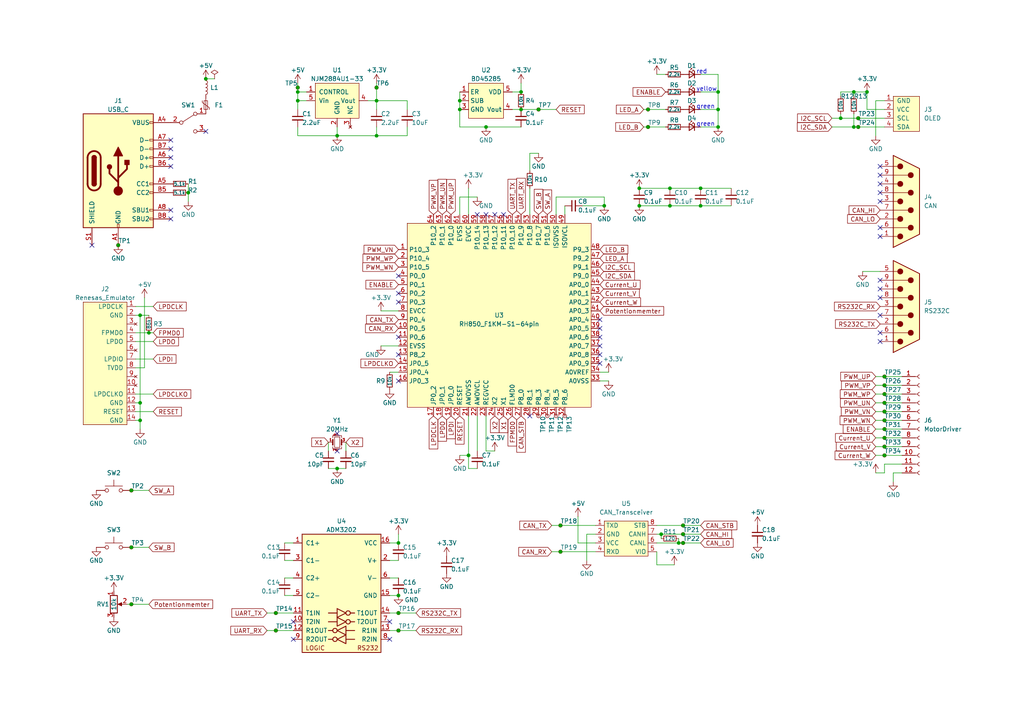
<source format=kicad_sch>
(kicad_sch (version 20230121) (generator eeschema)
  (paper "A4")
  (title_block (title "EB-RH850F1KMS1") (date "2023-12-08") (rev "V1.0") (company "https://github.com/KimiakiK"))
  (lib_symbols
    (symbol "Connector:Conn_01x12_Socket" (pin_names (offset 1.016) hide)
      (property "Reference" "J" (at 0 15.24 0))
      (property "Value" "Conn_01x12_Socket" (at 0 -17.78 0))
      (symbol "Conn_01x12_Socket_1_1"
        (pin passive line (at -5.08 12.7 0) (length 3.81) (name "Pin_1") (number "1"))
        (pin passive line (at -5.08 -10.16 0) (length 3.81) (name "Pin_10") (number "10"))
        (pin passive line (at -5.08 -12.7 0) (length 3.81) (name "Pin_11") (number "11"))
        (pin passive line (at -5.08 -15.24 0) (length 3.81) (name "Pin_12") (number "12"))
        (pin passive line (at -5.08 10.16 0) (length 3.81) (name "Pin_2") (number "2"))
        (pin passive line (at -5.08 7.62 0) (length 3.81) (name "Pin_3") (number "3"))
        (pin passive line (at -5.08 5.08 0) (length 3.81) (name "Pin_4") (number "4"))
        (pin passive line (at -5.08 2.54 0) (length 3.81) (name "Pin_5") (number "5"))
        (pin passive line (at -5.08 0 0) (length 3.81) (name "Pin_6") (number "6"))
        (pin passive line (at -5.08 -2.54 0) (length 3.81) (name "Pin_7") (number "7"))
        (pin passive line (at -5.08 -5.08 0) (length 3.81) (name "Pin_8") (number "8"))
        (pin passive line (at -5.08 -7.62 0) (length 3.81) (name "Pin_9") (number "9"))
      )
    )
    (symbol "Connector:DE9_Plug" (pin_names (offset 1.016) hide)
      (property "Reference" "J" (at 0 13.97 0))
      (property "Value" "DE9_Plug" (at 0 -14.605 0))
      (symbol "DE9_Plug_1_1"
        (pin passive line (at -7.62 -10.16 0) (length 3.81) (name "1") (number "1"))
        (pin passive line (at -7.62 -5.08 0) (length 3.81) (name "2") (number "2"))
        (pin passive line (at -7.62 0 0) (length 3.81) (name "3") (number "3"))
        (pin passive line (at -7.62 5.08 0) (length 3.81) (name "4") (number "4"))
        (pin passive line (at -7.62 10.16 0) (length 3.81) (name "5") (number "5"))
        (pin passive line (at -7.62 -7.62 0) (length 3.81) (name "6") (number "6"))
        (pin passive line (at -7.62 -2.54 0) (length 3.81) (name "7") (number "7"))
        (pin passive line (at -7.62 2.54 0) (length 3.81) (name "8") (number "8"))
        (pin passive line (at -7.62 7.62 0) (length 3.81) (name "9") (number "9"))
      )
    )
    (symbol "Connector:TestPoint_Small" (pin_numbers hide) (pin_names (offset 0.762) hide)
      (property "Reference" "TP" (at 0 3.81 0))
      (property "Value" "TestPoint_Small" (at 0 2.032 0))
      (symbol "TestPoint_Small_1_1"
        (pin passive line (at 0 0 90) (length 0) (name "1") (number "1"))
      )
    )
    (symbol "Device:C_Small" (pin_numbers hide) (pin_names (offset 0.254) hide)
      (property "Reference" "C" (at 0.254 1.778 0))
      (property "Value" "C_Small" (at 0.254 -2.032 0))
      (symbol "C_Small_1_1"
        (pin passive line (at 0 2.54 270) (length 2.032) (name "~") (number "1"))
        (pin passive line (at 0 -2.54 90) (length 2.032) (name "~") (number "2"))
      )
    )
    (symbol "Device:Crystal_GND24_Small" (pin_names (offset 1.016) hide)
      (property "Reference" "Y" (at 1.27 4.445 0))
      (property "Value" "Crystal_GND24_Small" (at 1.27 2.54 0))
      (symbol "Crystal_GND24_Small_1_1"
        (pin passive line (at -2.54 0 0) (length 1.27) (name "1") (number "1"))
        (pin passive line (at 0 -2.54 90) (length 0.635) (name "2") (number "2"))
        (pin passive line (at 2.54 0 180) (length 1.27) (name "3") (number "3"))
        (pin passive line (at 0 2.54 270) (length 0.635) (name "4") (number "4"))
      )
    )
    (symbol "Device:LED_Small" (pin_numbers hide) (pin_names (offset 0.254) hide)
      (property "Reference" "D" (at -1.27 3.175 0))
      (property "Value" "LED_Small" (at -4.445 -2.54 0))
      (symbol "LED_Small_1_1"
        (pin passive line (at -2.54 0 0) (length 1.778) (name "K") (number "1"))
        (pin passive line (at 2.54 0 180) (length 1.778) (name "A") (number "2"))
      )
    )
    (symbol "Device:L_Small" (pin_numbers hide) (pin_names (offset 0.254) hide)
      (property "Reference" "L" (at 0.762 1.016 0))
      (property "Value" "L_Small" (at 0.762 -1.016 0))
      (symbol "L_Small_1_1"
        (pin passive line (at 0 2.54 270) (length 0.508) (name "~") (number "1"))
        (pin passive line (at 0 -2.54 90) (length 0.508) (name "~") (number "2"))
      )
    )
    (symbol "Device:Polyfuse_Small" (pin_numbers hide) (pin_names (offset 0))
      (property "Reference" "F" (at -1.905 0 90))
      (property "Value" "Polyfuse_Small" (at 1.905 0 90))
      (symbol "Polyfuse_Small_1_1"
        (pin passive line (at 0 2.54 270) (length 0.635) (name "~") (number "1"))
        (pin passive line (at 0 -2.54 90) (length 0.635) (name "~") (number "2"))
      )
    )
    (symbol "Device:R_Potentiometer" (pin_names (offset 1.016) hide)
      (property "Reference" "RV" (at -4.445 0 90))
      (property "Value" "R_Potentiometer" (at -2.54 0 90))
      (symbol "R_Potentiometer_1_1"
        (pin passive line (at 0 3.81 270) (length 1.27) (name "1") (number "1"))
        (pin passive line (at 3.81 0 180) (length 1.27) (name "2") (number "2"))
        (pin passive line (at 0 -3.81 90) (length 1.27) (name "3") (number "3"))
      )
    )
    (symbol "Device:R_Small" (pin_numbers hide) (pin_names (offset 0.254) hide)
      (property "Reference" "R" (at 0.762 0.508 0))
      (property "Value" "R_Small" (at 0.762 -1.016 0))
      (symbol "R_Small_1_1"
        (pin passive line (at 0 2.54 270) (length 0.762) (name "~") (number "1"))
        (pin passive line (at 0 -2.54 90) (length 0.762) (name "~") (number "2"))
      )
    )
    (symbol "EB-RH850F1KMS1:ADM3202" (pin_names (offset 1.016))
      (property "Reference" "U" (at -8.89 19.05 0))
      (property "Value" "ADM3202" (at 11.43 19.05 0))
      (symbol "ADM3202_0_0"
        (text "LOGIC" (at -7.62 -15.24 0) (effects (font (size 1.27 1.27))))
        (text "RS232" (at 7.62 -15.24 0) (effects (font (size 1.27 1.27))))
      )
      (symbol "ADM3202_1_1"
        (pin passive line (at -13.97 15.24 0) (length 2.54) (name "C1+") (number "1"))
        (pin passive line (at -13.97 -7.62 0) (length 2.54) (name "T2IN") (number "10"))
        (pin passive line (at -13.97 -5.08 0) (length 2.54) (name "T1IN") (number "11"))
        (pin passive line (at -13.97 -10.16 0) (length 2.54) (name "R1OUT") (number "12"))
        (pin passive line (at 13.97 -10.16 180) (length 2.54) (name "R1IN") (number "13"))
        (pin passive line (at 13.97 -5.08 180) (length 2.54) (name "T1OUT") (number "14"))
        (pin power_in line (at 13.97 0 180) (length 2.54) (name "GND") (number "15"))
        (pin power_in line (at 13.97 15.24 180) (length 2.54) (name "VCC") (number "16"))
        (pin passive line (at 13.97 10.16 180) (length 2.54) (name "V+") (number "2"))
        (pin passive line (at -13.97 10.16 0) (length 2.54) (name "C1-") (number "3"))
        (pin passive line (at -13.97 5.08 0) (length 2.54) (name "C2+") (number "4"))
        (pin passive line (at -13.97 0 0) (length 2.54) (name "C2-") (number "5"))
        (pin passive line (at 13.97 5.08 180) (length 2.54) (name "V-") (number "6"))
        (pin passive line (at 13.97 -7.62 180) (length 2.54) (name "T2OUT") (number "7"))
        (pin passive line (at 13.97 -12.7 180) (length 2.54) (name "R2IN") (number "8"))
        (pin passive line (at -13.97 -12.7 0) (length 2.54) (name "R2OUT") (number "9"))
      )
    )
    (symbol "EB-RH850F1KMS1:BD45285"
      (property "Reference" "U" (at 0 8.89 0))
      (property "Value" "BD45285" (at 0 6.35 0))
      (symbol "BD45285_0_0"
        (pin passive line (at -7.62 2.54 0) (length 2.54) (name "ER") (number "1"))
        (pin passive line (at -7.62 0 0) (length 2.54) (name "SUB") (number "2"))
        (pin power_in line (at -7.62 -2.54 0) (length 2.54) (name "GND") (number "3"))
        (pin passive line (at 7.62 -2.54 180) (length 2.54) (name "Vout") (number "4"))
        (pin power_in line (at 7.62 2.54 180) (length 2.54) (name "VDD") (number "5"))
      )
    )
    (symbol "EB-RH850F1KMS1:CAN_Transceiver"
      (property "Reference" "U" (at 0 10.16 0))
      (property "Value" "CAN_Transceiver" (at 0 7.62 0))
      (symbol "CAN_Transceiver_0_0"
        (pin passive line (at -8.89 3.81 0) (length 2.54) (name "TXD") (number "1"))
        (pin power_in line (at -8.89 1.27 0) (length 2.54) (name "GND") (number "2"))
        (pin power_in line (at -8.89 -1.27 0) (length 2.54) (name "VCC") (number "3"))
        (pin passive line (at -8.89 -3.81 0) (length 2.54) (name "RXD") (number "4"))
        (pin power_in line (at 8.89 -3.81 180) (length 2.54) (name "VIO") (number "5"))
        (pin passive line (at 8.89 -1.27 180) (length 2.54) (name "CANL") (number "6"))
        (pin passive line (at 8.89 1.27 180) (length 2.54) (name "CANH") (number "7"))
        (pin passive line (at 8.89 3.81 180) (length 2.54) (name "STB") (number "8"))
      )
    )
    (symbol "EB-RH850F1KMS1:NJM2884U1" (pin_names (offset 1.016))
      (property "Reference" "U" (at 0 3.81 0))
      (property "Value" "NJM2884U1" (at 0 6.35 0))
      (symbol "NJM2884U1_1_1"
        (pin passive line (at -8.89 0 0) (length 2.54) (name "CONTROL") (number "1"))
        (pin power_in line (at 0 -10.16 90) (length 2.54) (name "GND") (number "2"))
        (pin no_connect line (at 3.81 -10.16 90) (length 2.54) (name "NC") (number "3"))
        (pin power_out line (at 8.89 -2.54 180) (length 2.54) (name "Vout") (number "4"))
        (pin power_in line (at -8.89 -2.54 0) (length 2.54) (name "Vin") (number "5"))
      )
    )
    (symbol "EB-RH850F1KMS1:OLED128x64" (pin_names (offset 1.016))
      (property "Reference" "J" (at 0 6.35 0))
      (property "Value" "OLED128x64" (at 0 -6.35 0))
      (symbol "OLED128x64_1_1"
        (pin power_in line (at -6.35 3.81 0) (length 2.54) (name "GND") (number "1"))
        (pin power_in line (at -6.35 1.27 0) (length 2.54) (name "VCC") (number "2"))
        (pin passive line (at -6.35 -1.27 0) (length 2.54) (name "SCL") (number "3"))
        (pin passive line (at -6.35 -3.81 0) (length 2.54) (name "SDA") (number "4"))
      )
    )
    (symbol "EB-RH850F1KMS1:RH850_F1KM-S1-64pin"
      (property "Reference" "U" (at 0 2.54 0))
      (property "Value" "RH850_F1KM-S1-64pin" (at 0 0 0))
      (symbol "RH850_F1KM-S1-64pin_0_0"
        (pin passive line (at -29.21 19.05 0) (length 2.54) (name "P10_3") (number "1"))
        (pin passive line (at -29.21 -3.81 0) (length 2.54) (name "P0_5") (number "10"))
        (pin passive line (at -29.21 -6.35 0) (length 2.54) (name "P0_6") (number "11"))
        (pin power_in line (at -29.21 -8.89 0) (length 2.54) (name "EVSS") (number "12"))
        (pin passive line (at -29.21 -11.43 0) (length 2.54) (name "P8_2") (number "13"))
        (pin passive line (at -29.21 -13.97 0) (length 2.54) (name "JP0_5") (number "14"))
        (pin passive line (at -29.21 -16.51 0) (length 2.54) (name "JP0_4") (number "15"))
        (pin passive line (at -29.21 -19.05 0) (length 2.54) (name "JP0_3") (number "16"))
        (pin passive line (at -19.05 -29.21 90) (length 2.54) (name "JP0_2") (number "17"))
        (pin passive line (at -16.51 -29.21 90) (length 2.54) (name "JP0_1") (number "18"))
        (pin passive line (at -13.97 -29.21 90) (length 2.54) (name "JP0_0") (number "19"))
        (pin passive line (at -29.21 16.51 0) (length 2.54) (name "P10_4") (number "2"))
        (pin passive line (at -11.43 -29.21 90) (length 2.54) (name "RESET") (number "20"))
        (pin power_in line (at -8.89 -29.21 90) (length 2.54) (name "AWOVSS") (number "21"))
        (pin passive line (at -6.35 -29.21 90) (length 2.54) (name "AWOVCL") (number "22"))
        (pin power_in line (at -3.81 -29.21 90) (length 2.54) (name "REGVCC") (number "23"))
        (pin passive line (at -1.27 -29.21 90) (length 2.54) (name "X2") (number "24"))
        (pin passive line (at 1.27 -29.21 90) (length 2.54) (name "X1") (number "25"))
        (pin passive line (at 3.81 -29.21 90) (length 2.54) (name "FLMD0") (number "26"))
        (pin passive line (at 6.35 -29.21 90) (length 2.54) (name "P8_0") (number "27"))
        (pin passive line (at 8.89 -29.21 90) (length 2.54) (name "P8_1") (number "28"))
        (pin passive line (at 11.43 -29.21 90) (length 2.54) (name "P8_3") (number "29"))
        (pin passive line (at -29.21 13.97 0) (length 2.54) (name "P10_5") (number "3"))
        (pin passive line (at 13.97 -29.21 90) (length 2.54) (name "P8_4") (number "30"))
        (pin passive line (at 16.51 -29.21 90) (length 2.54) (name "P8_5") (number "31"))
        (pin passive line (at 19.05 -29.21 90) (length 2.54) (name "P8_6") (number "32"))
        (pin power_in line (at 29.21 -19.05 180) (length 2.54) (name "A0VSS") (number "33"))
        (pin power_in line (at 29.21 -16.51 180) (length 2.54) (name "A0VREF") (number "34"))
        (pin passive line (at 29.21 -13.97 180) (length 2.54) (name "AP0_9") (number "35"))
        (pin passive line (at 29.21 -11.43 180) (length 2.54) (name "AP0_8") (number "36"))
        (pin passive line (at 29.21 -8.89 180) (length 2.54) (name "AP0_7") (number "37"))
        (pin passive line (at 29.21 -6.35 180) (length 2.54) (name "AP0_6") (number "38"))
        (pin passive line (at 29.21 -3.81 180) (length 2.54) (name "AP0_5") (number "39"))
        (pin passive line (at -29.21 11.43 0) (length 2.54) (name "P0_0") (number "4"))
        (pin passive line (at 29.21 -1.27 180) (length 2.54) (name "AP0_4") (number "40"))
        (pin passive line (at 29.21 1.27 180) (length 2.54) (name "AP0_3") (number "41"))
        (pin passive line (at 29.21 3.81 180) (length 2.54) (name "AP0_2") (number "42"))
        (pin passive line (at 29.21 6.35 180) (length 2.54) (name "AP0_1") (number "43"))
        (pin passive line (at 29.21 8.89 180) (length 2.54) (name "AP0_0") (number "44"))
        (pin passive line (at 29.21 11.43 180) (length 2.54) (name "P9_0") (number "45"))
        (pin passive line (at 29.21 13.97 180) (length 2.54) (name "P9_1") (number "46"))
        (pin passive line (at 29.21 16.51 180) (length 2.54) (name "P9_2") (number "47"))
        (pin passive line (at 29.21 19.05 180) (length 2.54) (name "P9_3") (number "48"))
        (pin passive line (at 19.05 29.21 270) (length 2.54) (name "ISOVCL") (number "49"))
        (pin passive line (at -29.21 8.89 0) (length 2.54) (name "P0_1") (number "5"))
        (pin power_in line (at 16.51 29.21 270) (length 2.54) (name "ISOVSS") (number "50"))
        (pin passive line (at 13.97 29.21 270) (length 2.54) (name "P10_6") (number "51"))
        (pin passive line (at 11.43 29.21 270) (length 2.54) (name "P10_7") (number "52"))
        (pin passive line (at 8.89 29.21 270) (length 2.54) (name "P10_8") (number "53"))
        (pin passive line (at 6.35 29.21 270) (length 2.54) (name "P10_9") (number "54"))
        (pin passive line (at 3.81 29.21 270) (length 2.54) (name "P10_10") (number "55"))
        (pin passive line (at 1.27 29.21 270) (length 2.54) (name "P10_11") (number "56"))
        (pin passive line (at -1.27 29.21 270) (length 2.54) (name "P10_12") (number "57"))
        (pin passive line (at -3.81 29.21 270) (length 2.54) (name "P10_13") (number "58"))
        (pin passive line (at -6.35 29.21 270) (length 2.54) (name "P10_14") (number "59"))
        (pin passive line (at -29.21 6.35 0) (length 2.54) (name "P0_2") (number "6"))
        (pin power_in line (at -8.89 29.21 270) (length 2.54) (name "EVCC") (number "60"))
        (pin power_in line (at -11.43 29.21 270) (length 2.54) (name "EVSS") (number "61"))
        (pin passive line (at -13.97 29.21 270) (length 2.54) (name "P10_0") (number "62"))
        (pin passive line (at -16.51 29.21 270) (length 2.54) (name "P10_1") (number "63"))
        (pin passive line (at -19.05 29.21 270) (length 2.54) (name "P10_2") (number "64"))
        (pin passive line (at -29.21 3.81 0) (length 2.54) (name "P0_3") (number "7"))
        (pin power_in line (at -29.21 1.27 0) (length 2.54) (name "EVCC") (number "8"))
        (pin passive line (at -29.21 -1.27 0) (length 2.54) (name "P0_4") (number "9"))
      )
    )
    (symbol "EB-RH850F1KMS1:Renesas_Emulator_14pin_RH850" (pin_names (offset 1.016))
      (property "Reference" "J" (at 0 22.86 0))
      (property "Value" "Renesas_Emulator_14pin" (at 0 20.32 0))
      (symbol "Renesas_Emulator_14pin_RH850_0_0"
        (pin passive line (at 8.89 16.51 180) (length 2.54) (name "LPDCLK") (number "1"))
        (pin no_connect line (at 8.89 -6.35 180) (length 2.54) (name "") (number "10"))
        (pin passive line (at 8.89 -8.89 180) (length 2.54) (name "LPDCLKO") (number "11"))
        (pin power_in line (at 8.89 -11.43 180) (length 2.54) (name "GND") (number "12"))
        (pin passive line (at 8.89 -13.97 180) (length 2.54) (name "RESET") (number "13"))
        (pin power_in line (at 8.89 -16.51 180) (length 2.54) (name "GND") (number "14"))
        (pin power_in line (at 8.89 13.97 180) (length 2.54) (name "GND") (number "2"))
        (pin no_connect line (at 8.89 11.43 180) (length 2.54) (name "") (number "3"))
        (pin passive line (at 8.89 8.89 180) (length 2.54) (name "FPMD0") (number "4"))
        (pin passive line (at 8.89 6.35 180) (length 2.54) (name "LPDO") (number "5"))
        (pin no_connect line (at 8.89 3.81 180) (length 2.54) (name "") (number "6"))
        (pin passive line (at 8.89 1.27 180) (length 2.54) (name "LPDIO") (number "7"))
        (pin power_in line (at 8.89 -1.27 180) (length 2.54) (name "TVDD") (number "8"))
        (pin no_connect line (at 8.89 -3.81 180) (length 2.54) (name "") (number "9"))
      )
    )
    (symbol "EB-RH850F1KMS1:USB_C_Receptacle" (pin_names (offset 1.016))
      (property "Reference" "J" (at -10.16 17.78 0))
      (property "Value" "USB_C_Receptacle" (at 10.16 17.78 0))
      (symbol "USB_C_Receptacle_1_1"
        (pin power_out line (at 0 -21.59 90) (length 5.08) (name "GND") (number "A1"))
        (pin power_out line (at 0 -21.59 90) (length 5.08) hide (name "GND") (number "A12"))
        (pin power_out line (at 15.24 13.97 180) (length 5.08) (name "VBUS") (number "A4"))
        (pin passive line (at 15.24 -3.81 180) (length 5.08) (name "CC1") (number "A5"))
        (pin passive line (at 15.24 3.81 180) (length 5.08) (name "D+") (number "A6"))
        (pin passive line (at 15.24 8.89 180) (length 5.08) (name "D-") (number "A7"))
        (pin passive line (at 15.24 -11.43 180) (length 5.08) (name "SBU1") (number "A8"))
        (pin power_out line (at 15.24 13.97 180) (length 5.08) hide (name "VBUS") (number "A9"))
        (pin power_out line (at 0 -21.59 90) (length 5.08) hide (name "GND") (number "B1"))
        (pin power_out line (at 0 -21.59 90) (length 5.08) hide (name "GND") (number "B12"))
        (pin power_out line (at 15.24 13.97 180) (length 5.08) hide (name "VBUS") (number "B4"))
        (pin passive line (at 15.24 -6.35 180) (length 5.08) (name "CC2") (number "B5"))
        (pin passive line (at 15.24 1.27 180) (length 5.08) (name "D+") (number "B6"))
        (pin passive line (at 15.24 6.35 180) (length 5.08) (name "D-") (number "B7"))
        (pin passive line (at 15.24 -13.97 180) (length 5.08) (name "SBU2") (number "B8"))
        (pin power_out line (at 15.24 13.97 180) (length 5.08) hide (name "VBUS") (number "B9"))
        (pin passive line (at -7.62 -21.59 90) (length 5.08) (name "SHIELD") (number "S1"))
      )
    )
    (symbol "Switch:SW_Push" (pin_numbers hide) (pin_names (offset 1.016) hide)
      (property "Reference" "SW" (at 1.27 2.54 0))
      (property "Value" "SW_Push" (at 0 -1.524 0))
      (symbol "SW_Push_0_1"
        (pin passive line (at -5.08 0 0) (length 2.54) (name "1") (number "1"))
        (pin passive line (at 5.08 0 180) (length 2.54) (name "2") (number "2"))
      )
    )
    (symbol "Switch:SW_SPDT" (pin_names (offset 0) hide)
      (property "Reference" "SW" (at 0 4.318 0))
      (property "Value" "SW_SPDT" (at 0 -5.08 0))
      (symbol "SW_SPDT_1_1"
        (pin passive line (at 5.08 2.54 180) (length 2.54) (name "A") (number "1"))
        (pin passive line (at -5.08 0 0) (length 2.54) (name "B") (number "2"))
        (pin passive line (at 5.08 -2.54 180) (length 2.54) (name "C") (number "3"))
      )
    )
    (symbol "power:+3.3V" (power) (pin_names (offset 0))
      (property "Value" "+3.3V" (at 0 3.556 0))
      (symbol "+3.3V_1_1"
        (pin power_in line (at 0 0 90) (length 0) hide (name "+3.3V") (number "1"))
      )
    )
    (symbol "power:+5V" (power) (pin_names (offset 0))
      (property "Value" "+5V" (at 0 3.556 0))
      (symbol "+5V_1_1"
        (pin power_in line (at 0 0 90) (length 0) hide (name "+5V") (number "1"))
      )
    )
    (symbol "power:GND" (power) (pin_names (offset 0))
      (property "Value" "GND" (at 0 -3.81 0))
      (symbol "GND_1_1"
        (pin power_in line (at 0 0 270) (length 0) hide (name "GND") (number "1"))
      )
    )
    (symbol "power:PWR_FLAG" (power) (pin_numbers hide) (pin_names (offset 0) hide)
      (property "Value" "PWR_FLAG" (at 0 3.81 0))
      (symbol "PWR_FLAG_0_0"
        (pin power_out line (at 0 0 90) (length 0) (name "pwr") (number "1"))
      )
    )
  )
  (junction (at 151.13 31.75))
  (junction (at 86.36 26.67))
  (junction (at 133.35 31.75))
  (junction (at 196.85 157.48))
  (junction (at 198.12 157.48))
  (junction (at 140.97 36.83))
  (junction (at 203.2 54.61))
  (junction (at 256.54 119.38))
  (junction (at 40.64 91.44))
  (junction (at 256.54 111.76))
  (junction (at 256.54 129.54))
  (junction (at 198.12 154.94))
  (junction (at 256.54 109.22))
  (junction (at 175.26 59.69))
  (junction (at 191.77 154.94))
  (junction (at 156.21 31.75))
  (junction (at 135.89 132.08))
  (junction (at 208.28 26.67))
  (junction (at 109.22 25.4))
  (junction (at 38.1 142.24))
  (junction (at 115.57 172.72))
  (junction (at 80.01 182.88))
  (junction (at 109.22 39.37))
  (junction (at 38.1 158.75))
  (junction (at 86.36 29.21))
  (junction (at 80.01 177.8))
  (junction (at 59.69 22.86))
  (junction (at 243.84 34.29))
  (junction (at 208.28 31.75))
  (junction (at 115.57 157.48))
  (junction (at 256.54 116.84))
  (junction (at 187.96 31.75))
  (junction (at 256.54 121.92))
  (junction (at 97.79 39.37))
  (junction (at 34.29 71.12))
  (junction (at 194.31 59.69))
  (junction (at 251.46 26.67))
  (junction (at 256.54 132.08))
  (junction (at 151.13 26.67))
  (junction (at 162.56 152.4))
  (junction (at 162.56 160.02))
  (junction (at 54.61 55.88))
  (junction (at 40.64 116.84))
  (junction (at 86.36 25.4))
  (junction (at 185.42 54.61))
  (junction (at 185.42 59.69))
  (junction (at 187.96 36.83))
  (junction (at 256.54 127))
  (junction (at 247.65 36.83))
  (junction (at 115.57 182.88))
  (junction (at 256.54 114.3))
  (junction (at 97.79 135.89))
  (junction (at 40.64 121.92))
  (junction (at 256.54 124.46))
  (junction (at 248.92 34.29))
  (junction (at 38.1 175.26))
  (junction (at 43.18 96.52))
  (junction (at 203.2 59.69))
  (junction (at 248.92 36.83))
  (junction (at 109.22 29.21))
  (junction (at 208.28 36.83))
  (junction (at 194.31 54.61))
  (junction (at 247.65 26.67))
  (junction (at 198.12 152.4))
  (junction (at 115.57 177.8))
  (junction (at 133.35 29.21))
  (no_connect (at 115.57 87.63))
  (no_connect (at 153.67 120.65))
  (no_connect (at 255.27 91.44))
  (no_connect (at 59.69 38.1))
  (no_connect (at 255.27 99.06))
  (no_connect (at 255.27 68.58))
  (no_connect (at 113.03 185.42))
  (no_connect (at 85.09 185.42))
  (no_connect (at 85.09 180.34))
  (no_connect (at 173.99 95.25))
  (no_connect (at 255.27 55.88))
  (no_connect (at 255.27 58.42))
  (no_connect (at 97.79 130.81))
  (no_connect (at 173.99 105.41))
  (no_connect (at 138.43 62.23))
  (no_connect (at 115.57 80.01))
  (no_connect (at 255.27 81.28))
  (no_connect (at 255.27 53.34))
  (no_connect (at 49.53 40.64))
  (no_connect (at 115.57 102.87))
  (no_connect (at 115.57 110.49))
  (no_connect (at 113.03 180.34))
  (no_connect (at 255.27 83.82))
  (no_connect (at 255.27 48.26))
  (no_connect (at 115.57 85.09))
  (no_connect (at 146.05 62.23))
  (no_connect (at 97.79 125.73))
  (no_connect (at 26.67 71.12))
  (no_connect (at 143.51 62.23))
  (no_connect (at 49.53 48.26))
  (no_connect (at 49.53 60.96))
  (no_connect (at 173.99 102.87))
  (no_connect (at 255.27 96.52))
  (no_connect (at 255.27 50.8))
  (no_connect (at 49.53 63.5))
  (no_connect (at 255.27 86.36))
  (no_connect (at 115.57 97.79))
  (no_connect (at 140.97 62.23))
  (no_connect (at 173.99 100.33))
  (no_connect (at 49.53 43.18))
  (no_connect (at 173.99 97.79))
  (no_connect (at 255.27 66.04))
  (no_connect (at 49.53 45.72))
  (no_connect (at 173.99 92.71))
  (wire (pts (xy 39.37 99.06) (xy 44.45 99.06)))
  (wire (pts (xy 203.2 31.75) (xy 208.28 31.75)))
  (wire (pts (xy 115.57 182.88) (xy 120.65 182.88)))
  (wire (pts (xy 203.2 36.83) (xy 208.28 36.83)))
  (wire (pts (xy 86.36 29.21) (xy 86.36 31.75)))
  (wire (pts (xy 190.5 163.83) (xy 195.58 163.83)))
  (wire (pts (xy 254 119.38) (xy 256.54 119.38)))
  (wire (pts (xy 113.03 172.72) (xy 115.57 172.72)))
  (wire (pts (xy 148.59 31.75) (xy 151.13 31.75)))
  (wire (pts (xy 113.03 162.56) (xy 115.57 162.56)))
  (wire (pts (xy 38.1 158.75) (xy 43.18 158.75)))
  (wire (pts (xy 247.65 36.83) (xy 248.92 36.83)))
  (wire (pts (xy 82.55 172.72) (xy 85.09 172.72)))
  (wire (pts (xy 77.47 182.88) (xy 80.01 182.88)))
  (wire (pts (xy 203.2 26.67) (xy 208.28 26.67)))
  (wire (pts (xy 247.65 26.67) (xy 251.46 26.67)))
  (wire (pts (xy 59.69 22.86) (xy 62.23 22.86)))
  (wire (pts (xy 86.36 24.13) (xy 86.36 25.4)))
  (wire (pts (xy 97.79 135.89) (xy 100.33 135.89)))
  (wire (pts (xy 133.35 26.67) (xy 133.35 29.21)))
  (wire (pts (xy 82.55 157.48) (xy 85.09 157.48)))
  (wire (pts (xy 86.36 26.67) (xy 86.36 29.21)))
  (wire (pts (xy 259.08 137.16) (xy 259.08 139.7)))
  (wire (pts (xy 185.42 59.69) (xy 194.31 59.69)))
  (wire (pts (xy 248.92 34.29) (xy 256.54 34.29)))
  (wire (pts (xy 241.3 34.29) (xy 243.84 34.29)))
  (wire (pts (xy 118.11 29.21) (xy 109.22 29.21)))
  (wire (pts (xy 162.56 152.4) (xy 172.72 152.4)))
  (wire (pts (xy 133.35 57.15) (xy 138.43 57.15)))
  (wire (pts (xy 135.89 135.89) (xy 135.89 132.08)))
  (wire (pts (xy 40.64 91.44) (xy 40.64 116.84)))
  (wire (pts (xy 203.2 54.61) (xy 212.09 54.61)))
  (wire (pts (xy 80.01 182.88) (xy 85.09 182.88)))
  (wire (pts (xy 261.62 137.16) (xy 259.08 137.16)))
  (wire (pts (xy 191.77 154.94) (xy 191.77 156.21)))
  (wire (pts (xy 190.5 152.4) (xy 198.12 152.4)))
  (wire (pts (xy 194.31 59.69) (xy 203.2 59.69)))
  (wire (pts (xy 194.31 54.61) (xy 203.2 54.61)))
  (wire (pts (xy 208.28 26.67) (xy 208.28 31.75)))
  (wire (pts (xy 41.91 106.68) (xy 41.91 86.36)))
  (wire (pts (xy 38.1 175.26) (xy 43.18 175.26)))
  (wire (pts (xy 256.54 119.38) (xy 261.62 119.38)))
  (wire (pts (xy 135.89 54.61) (xy 135.89 62.23)))
  (wire (pts (xy 186.69 36.83) (xy 187.96 36.83)))
  (wire (pts (xy 39.37 116.84) (xy 40.64 116.84)))
  (wire (pts (xy 100.33 128.27) (xy 100.33 130.81)))
  (wire (pts (xy 187.96 31.75) (xy 193.04 31.75)))
  (wire (pts (xy 109.22 36.83) (xy 109.22 39.37)))
  (wire (pts (xy 153.67 49.53) (xy 153.67 44.45)))
  (wire (pts (xy 203.2 21.59) (xy 208.28 21.59)))
  (wire (pts (xy 191.77 154.94) (xy 198.12 154.94)))
  (wire (pts (xy 135.89 132.08) (xy 135.89 120.65)))
  (wire (pts (xy 113.03 177.8) (xy 115.57 177.8)))
  (wire (pts (xy 113.03 167.64) (xy 115.57 167.64)))
  (wire (pts (xy 198.12 157.48) (xy 196.85 157.48)))
  (wire (pts (xy 54.61 55.88) (xy 54.61 58.42)))
  (wire (pts (xy 109.22 39.37) (xy 118.11 39.37)))
  (wire (pts (xy 39.37 121.92) (xy 40.64 121.92)))
  (wire (pts (xy 196.85 157.48) (xy 196.85 156.21)))
  (wire (pts (xy 39.37 104.14) (xy 44.45 104.14)))
  (wire (pts (xy 256.54 134.62) (xy 256.54 137.16)))
  (wire (pts (xy 198.12 152.4) (xy 203.2 152.4)))
  (wire (pts (xy 254 132.08) (xy 256.54 132.08)))
  (wire (pts (xy 138.43 135.89) (xy 135.89 135.89)))
  (wire (pts (xy 175.26 57.15) (xy 175.26 59.69)))
  (wire (pts (xy 243.84 34.29) (xy 248.92 34.29)))
  (wire (pts (xy 77.47 177.8) (xy 80.01 177.8)))
  (wire (pts (xy 36.83 175.26) (xy 38.1 175.26)))
  (wire (pts (xy 39.37 96.52) (xy 43.18 96.52)))
  (wire (pts (xy 109.22 29.21) (xy 109.22 31.75)))
  (wire (pts (xy 256.54 121.92) (xy 261.62 121.92)))
  (wire (pts (xy 243.84 33.02) (xy 243.84 34.29)))
  (wire (pts (xy 133.35 36.83) (xy 140.97 36.83)))
  (wire (pts (xy 256.54 124.46) (xy 261.62 124.46)))
  (wire (pts (xy 247.65 26.67) (xy 247.65 27.94)))
  (wire (pts (xy 113.03 182.88) (xy 115.57 182.88)))
  (wire (pts (xy 162.56 160.02) (xy 172.72 160.02)))
  (wire (pts (xy 97.79 36.83) (xy 97.79 39.37)))
  (wire (pts (xy 254 29.21) (xy 254 39.37)))
  (wire (pts (xy 256.54 114.3) (xy 261.62 114.3)))
  (wire (pts (xy 133.35 29.21) (xy 133.35 31.75)))
  (wire (pts (xy 256.54 109.22) (xy 261.62 109.22)))
  (wire (pts (xy 110.49 90.17) (xy 115.57 90.17)))
  (wire (pts (xy 168.91 59.69) (xy 175.26 59.69)))
  (wire (pts (xy 86.36 36.83) (xy 86.36 39.37)))
  (wire (pts (xy 40.64 91.44) (xy 43.18 91.44)))
  (wire (pts (xy 170.18 154.94) (xy 170.18 162.56)))
  (wire (pts (xy 140.97 130.81) (xy 143.51 130.81)))
  (wire (pts (xy 256.54 132.08) (xy 261.62 132.08)))
  (wire (pts (xy 82.55 162.56) (xy 85.09 162.56)))
  (wire (pts (xy 261.62 134.62) (xy 256.54 134.62)))
  (wire (pts (xy 173.99 107.95) (xy 176.53 107.95)))
  (wire (pts (xy 203.2 59.69) (xy 212.09 59.69)))
  (wire (pts (xy 40.64 121.92) (xy 40.64 124.46)))
  (wire (pts (xy 82.55 167.64) (xy 85.09 167.64)))
  (wire (pts (xy 173.99 110.49) (xy 176.53 110.49)))
  (wire (pts (xy 256.54 116.84) (xy 261.62 116.84)))
  (wire (pts (xy 161.29 57.15) (xy 175.26 57.15)))
  (wire (pts (xy 118.11 36.83) (xy 118.11 39.37)))
  (wire (pts (xy 109.22 25.4) (xy 109.22 24.13)))
  (wire (pts (xy 163.83 59.69) (xy 163.83 62.23)))
  (wire (pts (xy 39.37 114.3) (xy 44.45 114.3)))
  (wire (pts (xy 86.36 29.21) (xy 88.9 29.21)))
  (wire (pts (xy 43.18 96.52) (xy 44.45 96.52)))
  (wire (pts (xy 190.5 157.48) (xy 196.85 157.48)))
  (wire (pts (xy 248.92 36.83) (xy 256.54 36.83)))
  (wire (pts (xy 80.01 177.8) (xy 85.09 177.8)))
  (wire (pts (xy 185.42 54.61) (xy 194.31 54.61)))
  (wire (pts (xy 198.12 154.94) (xy 203.2 154.94)))
  (wire (pts (xy 256.54 127) (xy 261.62 127)))
  (wire (pts (xy 86.36 25.4) (xy 86.36 26.67)))
  (wire (pts (xy 241.3 36.83) (xy 247.65 36.83)))
  (wire (pts (xy 167.64 149.86) (xy 167.64 157.48)))
  (wire (pts (xy 40.64 116.84) (xy 40.64 121.92)))
  (wire (pts (xy 254 129.54) (xy 256.54 129.54)))
  (wire (pts (xy 151.13 26.67) (xy 148.59 26.67)))
  (wire (pts (xy 97.79 39.37) (xy 109.22 39.37)))
  (wire (pts (xy 256.54 129.54) (xy 261.62 129.54)))
  (wire (pts (xy 133.35 62.23) (xy 133.35 57.15)))
  (wire (pts (xy 138.43 120.65) (xy 138.43 130.81)))
  (wire (pts (xy 39.37 106.68) (xy 41.91 106.68)))
  (wire (pts (xy 38.1 142.24) (xy 43.18 142.24)))
  (wire (pts (xy 86.36 39.37) (xy 97.79 39.37)))
  (wire (pts (xy 110.49 100.33) (xy 115.57 100.33)))
  (wire (pts (xy 208.28 26.67) (xy 208.28 21.59)))
  (wire (pts (xy 160.02 160.02) (xy 162.56 160.02)))
  (wire (pts (xy 187.96 36.83) (xy 193.04 36.83)))
  (wire (pts (xy 133.35 132.08) (xy 135.89 132.08)))
  (wire (pts (xy 254 121.92) (xy 256.54 121.92)))
  (wire (pts (xy 115.57 154.94) (xy 115.57 157.48)))
  (wire (pts (xy 243.84 26.67) (xy 247.65 26.67)))
  (wire (pts (xy 39.37 91.44) (xy 40.64 91.44)))
  (wire (pts (xy 153.67 44.45) (xy 156.21 44.45)))
  (wire (pts (xy 208.28 31.75) (xy 208.28 36.83)))
  (wire (pts (xy 54.61 53.34) (xy 54.61 55.88)))
  (wire (pts (xy 109.22 29.21) (xy 109.22 25.4)))
  (wire (pts (xy 113.03 107.95) (xy 115.57 107.95)))
  (wire (pts (xy 133.35 31.75) (xy 133.35 36.83)))
  (wire (pts (xy 86.36 26.67) (xy 88.9 26.67)))
  (wire (pts (xy 151.13 31.75) (xy 156.21 31.75)))
  (wire (pts (xy 250.19 78.74) (xy 255.27 78.74)))
  (wire (pts (xy 254 116.84) (xy 256.54 116.84)))
  (wire (pts (xy 190.5 160.02) (xy 190.5 163.83)))
  (wire (pts (xy 254 127) (xy 256.54 127)))
  (wire (pts (xy 186.69 31.75) (xy 187.96 31.75)))
  (wire (pts (xy 251.46 31.75) (xy 251.46 26.67)))
  (wire (pts (xy 256.54 29.21) (xy 254 29.21)))
  (wire (pts (xy 190.5 21.59) (xy 193.04 21.59)))
  (wire (pts (xy 106.68 29.21) (xy 109.22 29.21)))
  (wire (pts (xy 115.57 177.8) (xy 120.65 177.8)))
  (wire (pts (xy 254 109.22) (xy 256.54 109.22)))
  (wire (pts (xy 113.03 157.48) (xy 115.57 157.48)))
  (wire (pts (xy 39.37 119.38) (xy 44.45 119.38)))
  (wire (pts (xy 198.12 157.48) (xy 203.2 157.48)))
  (wire (pts (xy 161.29 62.23) (xy 161.29 57.15)))
  (wire (pts (xy 172.72 154.94) (xy 170.18 154.94)))
  (wire (pts (xy 256.54 137.16) (xy 254 137.16)))
  (wire (pts (xy 256.54 31.75) (xy 251.46 31.75)))
  (wire (pts (xy 153.67 54.61) (xy 153.67 62.23)))
  (wire (pts (xy 247.65 33.02) (xy 247.65 36.83)))
  (wire (pts (xy 97.79 135.89) (xy 95.25 135.89)))
  (wire (pts (xy 140.97 120.65) (xy 140.97 130.81)))
  (wire (pts (xy 243.84 27.94) (xy 243.84 26.67)))
  (wire (pts (xy 95.25 128.27) (xy 95.25 130.81)))
  (wire (pts (xy 39.37 88.9) (xy 44.45 88.9)))
  (wire (pts (xy 190.5 154.94) (xy 191.77 154.94)))
  (wire (pts (xy 156.21 31.75) (xy 161.29 31.75)))
  (wire (pts (xy 254 111.76) (xy 256.54 111.76)))
  (wire (pts (xy 160.02 152.4) (xy 162.56 152.4)))
  (wire (pts (xy 254 114.3) (xy 256.54 114.3)))
  (wire (pts (xy 140.97 36.83) (xy 151.13 36.83)))
  (wire (pts (xy 172.72 157.48) (xy 167.64 157.48)))
  (wire (pts (xy 254 124.46) (xy 256.54 124.46)))
  (wire (pts (xy 256.54 111.76) (xy 261.62 111.76)))
  (wire (pts (xy 151.13 24.13) (xy 151.13 26.67)))
  (wire (pts (xy 118.11 31.75) (xy 118.11 29.21)))
  (text "green" (at 201.93 31.75 0) (effects (font (size 1.27 1.27)) (justify left bottom)))
  (text "red" (at 201.93 21.59 0) (effects (font (size 1.27 1.27)) (justify left bottom)))
  (text "green" (at 201.93 36.83 0) (effects (font (size 1.27 1.27)) (justify left bottom)))
  (text "yellow" (at 201.93 26.67 0) (effects (font (size 1.27 1.27)) (justify left bottom)))
  (global_label "CAN_HI" (shape input) (at 203.2 154.94 0) (property "Intersheetrefs" "${INTERSHEET_REFS}" (effects hide)))
  (global_label "PWM_WP" (shape input) (at 115.57 74.93 180) (property "Intersheetrefs" "${INTERSHEET_REFS}" (effects hide)))
  (global_label "PWM_UP" (shape input) (at 254 109.22 180) (property "Intersheetrefs" "${INTERSHEET_REFS}" (effects hide)))
  (global_label "LPDCLK" (shape input) (at 125.73 120.65 270) (property "Intersheetrefs" "${INTERSHEET_REFS}" (effects hide)))
  (global_label "CAN_LO" (shape input) (at 255.27 63.5 180) (property "Intersheetrefs" "${INTERSHEET_REFS}" (effects hide)))
  (global_label "X1" (shape input) (at 95.25 128.27 180) (property "Intersheetrefs" "${INTERSHEET_REFS}" (effects hide)))
  (global_label "CAN_STB" (shape input) (at 151.13 120.65 270) (property "Intersheetrefs" "${INTERSHEET_REFS}" (effects hide)))
  (global_label "PWM_WN" (shape input) (at 115.57 77.47 180) (property "Intersheetrefs" "${INTERSHEET_REFS}" (effects hide)))
  (global_label "I2C_SDA" (shape input) (at 241.3 36.83 180) (property "Intersheetrefs" "${INTERSHEET_REFS}" (effects hide)))
  (global_label "I2C_SDA" (shape input) (at 173.99 80.01 0) (property "Intersheetrefs" "${INTERSHEET_REFS}" (effects hide)))
  (global_label "PWM_VN" (shape input) (at 115.57 72.39 180) (property "Intersheetrefs" "${INTERSHEET_REFS}" (effects hide)))
  (global_label "CAN_LO" (shape input) (at 203.2 157.48 0) (property "Intersheetrefs" "${INTERSHEET_REFS}" (effects hide)))
  (global_label "SW_A" (shape input) (at 158.75 62.23 90) (property "Intersheetrefs" "${INTERSHEET_REFS}" (effects hide)))
  (global_label "PWM_VP" (shape input) (at 254 111.76 180) (property "Intersheetrefs" "${INTERSHEET_REFS}" (effects hide)))
  (global_label "LPDCLKO" (shape input) (at 115.57 105.41 180) (property "Intersheetrefs" "${INTERSHEET_REFS}" (effects hide)))
  (global_label "PWM_UP" (shape input) (at 130.81 62.23 90) (property "Intersheetrefs" "${INTERSHEET_REFS}" (effects hide)))
  (global_label "RS232C_TX" (shape input) (at 255.27 93.98 180) (property "Intersheetrefs" "${INTERSHEET_REFS}" (effects hide)))
  (global_label "X2" (shape input) (at 100.33 128.27 0) (property "Intersheetrefs" "${INTERSHEET_REFS}" (effects hide)))
  (global_label "SW_A" (shape input) (at 43.18 142.24 0) (property "Intersheetrefs" "${INTERSHEET_REFS}" (effects hide)))
  (global_label "LPDCLK" (shape input) (at 44.45 88.9 0) (property "Intersheetrefs" "${INTERSHEET_REFS}" (effects hide)))
  (global_label "UART_TX" (shape input) (at 148.59 62.23 90) (property "Intersheetrefs" "${INTERSHEET_REFS}" (effects hide)))
  (global_label "UART_RX" (shape input) (at 77.47 182.88 180) (property "Intersheetrefs" "${INTERSHEET_REFS}" (effects hide)))
  (global_label "ENABLE" (shape input) (at 193.04 26.67 180) (property "Intersheetrefs" "${INTERSHEET_REFS}" (effects hide)))
  (global_label "RS232C_RX" (shape input) (at 255.27 88.9 180) (property "Intersheetrefs" "${INTERSHEET_REFS}" (effects hide)))
  (global_label "RESET" (shape input) (at 133.35 120.65 270) (property "Intersheetrefs" "${INTERSHEET_REFS}" (effects hide)))
  (global_label "Current_V" (shape input) (at 173.99 85.09 0) (property "Intersheetrefs" "${INTERSHEET_REFS}" (effects hide)))
  (global_label "CAN_RX" (shape input) (at 115.57 95.25 180) (property "Intersheetrefs" "${INTERSHEET_REFS}" (effects hide)))
  (global_label "UART_TX" (shape input) (at 77.47 177.8 180) (property "Intersheetrefs" "${INTERSHEET_REFS}" (effects hide)))
  (global_label "ENABLE" (shape input) (at 254 124.46 180) (property "Intersheetrefs" "${INTERSHEET_REFS}" (effects hide)))
  (global_label "Current_W" (shape input) (at 173.99 87.63 0) (property "Intersheetrefs" "${INTERSHEET_REFS}" (effects hide)))
  (global_label "Current_W" (shape input) (at 254 132.08 180) (property "Intersheetrefs" "${INTERSHEET_REFS}" (effects hide)))
  (global_label "Potentionmemter" (shape input) (at 173.99 90.17 0) (property "Intersheetrefs" "${INTERSHEET_REFS}" (effects hide)))
  (global_label "LED_B" (shape input) (at 186.69 36.83 180) (property "Intersheetrefs" "${INTERSHEET_REFS}" (effects hide)))
  (global_label "RS232C_RX" (shape input) (at 120.65 182.88 0) (property "Intersheetrefs" "${INTERSHEET_REFS}" (effects hide)))
  (global_label "Current_U" (shape input) (at 254 127 180) (property "Intersheetrefs" "${INTERSHEET_REFS}" (effects hide)))
  (global_label "PWM_UN" (shape input) (at 128.27 62.23 90) (property "Intersheetrefs" "${INTERSHEET_REFS}" (effects hide)))
  (global_label "LED_A" (shape input) (at 173.99 74.93 0) (property "Intersheetrefs" "${INTERSHEET_REFS}" (effects hide)))
  (global_label "LPDO" (shape input) (at 44.45 99.06 0) (property "Intersheetrefs" "${INTERSHEET_REFS}" (effects hide)))
  (global_label "X1" (shape input) (at 146.05 120.65 270) (property "Intersheetrefs" "${INTERSHEET_REFS}" (effects hide)))
  (global_label "RESET" (shape input) (at 161.29 31.75 0) (property "Intersheetrefs" "${INTERSHEET_REFS}" (effects hide)))
  (global_label "LPDI" (shape input) (at 44.45 104.14 0) (property "Intersheetrefs" "${INTERSHEET_REFS}" (effects hide)))
  (global_label "RS232C_TX" (shape input) (at 120.65 177.8 0) (property "Intersheetrefs" "${INTERSHEET_REFS}" (effects hide)))
  (global_label "PWM_VN" (shape input) (at 254 119.38 180) (property "Intersheetrefs" "${INTERSHEET_REFS}" (effects hide)))
  (global_label "PWM_WP" (shape input) (at 254 114.3 180) (property "Intersheetrefs" "${INTERSHEET_REFS}" (effects hide)))
  (global_label "LPDO" (shape input) (at 128.27 120.65 270) (property "Intersheetrefs" "${INTERSHEET_REFS}" (effects hide)))
  (global_label "Current_V" (shape input) (at 254 129.54 180) (property "Intersheetrefs" "${INTERSHEET_REFS}" (effects hide)))
  (global_label "ENABLE" (shape input) (at 115.57 82.55 180) (property "Intersheetrefs" "${INTERSHEET_REFS}" (effects hide)))
  (global_label "CAN_TX" (shape input) (at 160.02 152.4 180) (property "Intersheetrefs" "${INTERSHEET_REFS}" (effects hide)))
  (global_label "PWM_VP" (shape input) (at 125.73 62.23 90) (property "Intersheetrefs" "${INTERSHEET_REFS}" (effects hide)))
  (global_label "RESET" (shape input) (at 44.45 119.38 0) (property "Intersheetrefs" "${INTERSHEET_REFS}" (effects hide)))
  (global_label "LED_B" (shape input) (at 173.99 72.39 0) (property "Intersheetrefs" "${INTERSHEET_REFS}" (effects hide)))
  (global_label "CAN_TX" (shape input) (at 115.57 92.71 180) (property "Intersheetrefs" "${INTERSHEET_REFS}" (effects hide)))
  (global_label "FPMD0" (shape input) (at 148.59 120.65 270) (property "Intersheetrefs" "${INTERSHEET_REFS}" (effects hide)))
  (global_label "PWM_WN" (shape input) (at 254 121.92 180) (property "Intersheetrefs" "${INTERSHEET_REFS}" (effects hide)))
  (global_label "SW_B" (shape input) (at 156.21 62.23 90) (property "Intersheetrefs" "${INTERSHEET_REFS}" (effects hide)))
  (global_label "Potentionmemter" (shape input) (at 43.18 175.26 0) (property "Intersheetrefs" "${INTERSHEET_REFS}" (effects hide)))
  (global_label "PWM_UN" (shape input) (at 254 116.84 180) (property "Intersheetrefs" "${INTERSHEET_REFS}" (effects hide)))
  (global_label "LPDCLKO" (shape input) (at 44.45 114.3 0) (property "Intersheetrefs" "${INTERSHEET_REFS}" (effects hide)))
  (global_label "UART_RX" (shape input) (at 151.13 62.23 90) (property "Intersheetrefs" "${INTERSHEET_REFS}" (effects hide)))
  (global_label "SW_B" (shape input) (at 43.18 158.75 0) (property "Intersheetrefs" "${INTERSHEET_REFS}" (effects hide)))
  (global_label "Current_U" (shape input) (at 173.99 82.55 0) (property "Intersheetrefs" "${INTERSHEET_REFS}" (effects hide)))
  (global_label "X2" (shape input) (at 143.51 120.65 270) (property "Intersheetrefs" "${INTERSHEET_REFS}" (effects hide)))
  (global_label "LPDI" (shape input) (at 130.81 120.65 270) (property "Intersheetrefs" "${INTERSHEET_REFS}" (effects hide)))
  (global_label "CAN_STB" (shape input) (at 203.2 152.4 0) (property "Intersheetrefs" "${INTERSHEET_REFS}" (effects hide)))
  (global_label "FPMD0" (shape input) (at 44.45 96.52 0) (property "Intersheetrefs" "${INTERSHEET_REFS}" (effects hide)))
  (global_label "I2C_SCL" (shape input) (at 241.3 34.29 180) (property "Intersheetrefs" "${INTERSHEET_REFS}" (effects hide)))
  (global_label "I2C_SCL" (shape input) (at 173.99 77.47 0) (property "Intersheetrefs" "${INTERSHEET_REFS}" (effects hide)))
  (global_label "CAN_RX" (shape input) (at 160.02 160.02 180) (property "Intersheetrefs" "${INTERSHEET_REFS}" (effects hide)))
  (global_label "LED_A" (shape input) (at 186.69 31.75 180) (property "Intersheetrefs" "${INTERSHEET_REFS}" (effects hide)))
  (global_label "CAN_HI" (shape input) (at 255.27 60.96 180) (property "Intersheetrefs" "${INTERSHEET_REFS}" (effects hide)))
  (symbol (lib_id "EB-RH850F1KMS1:Renesas_Emulator_14pin_RH850") (at 30.48 105.41 0) (unit 1)
    (property "Reference" "J2" (at 30.48 83.82 0))
    (property "Value" "Renesas_Emulator" (at 30.48 86.36 0))
    (property "Footprint" "EB-RH850F1KMS1:IDC-Header_2x07_P2.54mm_Vertical" (effects hide))
  )
  (symbol (lib_id "Device:R_Small") (at 43.18 93.98 0) (unit 1)
    (property "Reference" "R3" (at 44.45 93.98 0) (effects (justify left)))
    (property "Value" "86k" (at 43.18 93.98 90) (effects (font (size 1.016 1.016))))
    (property "Footprint" "EB-RH850F1KMS1:1608Metric" (effects hide))
  )
  (symbol (lib_id "Connector:TestPoint_Small") (at 115.57 182.88 0) (unit 1)
    (property "Reference" "TP17" (at 115.57 181.61 0) (effects (justify left)))
    (property "Value" "TestPoint" (effects hide))
    (property "Footprint" "EB-RH850F1KMS1:TestPoint_Plated_Hole_D0.8mm" (effects hide))
  )
  (symbol (lib_id "Device:R_Small") (at 195.58 21.59 90) (unit 1)
    (property "Reference" "R5" (at 195.58 20.32 90) (effects (justify top)))
    (property "Value" "2.2k" (at 195.58 21.59 90) (effects (font (size 1.016 1.016))))
    (property "Footprint" "EB-RH850F1KMS1:1608Metric" (effects hide))
  )
  (symbol (lib_id "power:GND") (at 140.97 36.83 0) (unit 1)
    (property "Reference" "#PWR013" (effects hide))
    (property "Value" "GND" (at 140.97 40.64 0))
  )
  (symbol (lib_id "Device:C_Small") (at 95.25 133.35 0) (mirror y) (unit 1)
    (property "Reference" "C5" (at 93.98 132.08 0) (effects (justify left)))
    (property "Value" "10pF" (at 93.98 134.62 0) (effects (justify left)))
    (property "Footprint" "EB-RH850F1KMS1:1005Metric" (effects hide))
  )
  (symbol (lib_id "Device:C_Small") (at 212.09 57.15 0) (unit 1)
    (property "Reference" "C12" (at 213.36 55.88 0) (effects (justify left)))
    (property "Value" "0.1uF" (at 213.36 58.42 0) (effects (justify left)))
    (property "Footprint" "EB-RH850F1KMS1:1608Metric" (effects hide))
  )
  (symbol (lib_id "Connector:TestPoint_Small") (at 256.54 132.08 0) (unit 1)
    (property "Reference" "TP34" (at 256.54 130.81 0) (effects (justify left)))
    (property "Value" "TestPoint" (effects hide))
    (property "Footprint" "EB-RH850F1KMS1:TestPoint_Plated_Hole_D0.8mm" (effects hide))
  )
  (symbol (lib_id "power:GND") (at 27.94 142.24 0) (unit 1)
    (property "Reference" "#PWR06" (effects hide))
    (property "Value" "GND" (at 27.94 146.05 0))
  )
  (symbol (lib_id "Device:C_Small") (at 138.43 133.35 0) (unit 1)
    (property "Reference" "C7" (at 139.7 132.08 0) (effects (justify left)))
    (property "Value" "0.1uF" (at 139.7 134.62 0) (effects (justify left)))
    (property "Footprint" "EB-RH850F1KMS1:1608Metric" (effects hide))
  )
  (symbol (lib_id "Connector:TestPoint_Small") (at 248.92 34.29 0) (unit 1)
    (property "Reference" "TP23" (at 248.92 33.02 0) (effects (justify left)))
    (property "Value" "TestPoint" (effects hide))
    (property "Footprint" "EB-RH850F1KMS1:TestPoint_Plated_Hole_D0.8mm" (effects hide))
  )
  (symbol (lib_id "Device:R_Potentiometer") (at 33.02 175.26 0) (unit 1)
    (property "Reference" "RV1" (at 31.75 175.26 0) (effects (justify right)))
    (property "Value" "10k" (at 33.02 175.26 90))
    (property "Footprint" "EB-RH850F1KMS1:Potentiometer_Alps_RK097_Dual_Horizontal" (effects hide))
  )
  (symbol (lib_id "power:+3.3V") (at 143.51 130.81 0) (unit 1)
    (property "Reference" "#PWR024" (effects hide))
    (property "Value" "+3.3V" (at 143.51 127 0))
  )
  (symbol (lib_id "Device:C_Small") (at 203.2 57.15 0) (unit 1)
    (property "Reference" "C11" (at 204.47 55.88 0) (effects (justify left)))
    (property "Value" "0.1uF" (at 204.47 58.42 0) (effects (justify left)))
    (property "Footprint" "EB-RH850F1KMS1:1608Metric" (effects hide))
  )
  (symbol (lib_id "power:GND") (at 40.64 124.46 0) (unit 1)
    (property "Reference" "#PWR04" (effects hide))
    (property "Value" "GND" (at 40.64 128.27 0))
  )
  (symbol (lib_id "Device:C_Small") (at 86.36 34.29 0) (unit 1)
    (property "Reference" "C1" (at 87.63 33.02 0) (effects (justify left)))
    (property "Value" "2.2uF" (at 87.63 35.56 0) (effects (justify left)))
    (property "Footprint" "EB-RH850F1KMS1:1608Metric" (effects hide))
  )
  (symbol (lib_id "power:+5V") (at 86.36 24.13 0) (unit 1)
    (property "Reference" "#PWR010" (effects hide))
    (property "Value" "+5V" (at 86.36 20.32 0))
  )
  (symbol (lib_id "Device:R_Small") (at 52.07 53.34 90) (unit 1)
    (property "Reference" "R1" (at 55.88 53.34 90) (effects (justify top)))
    (property "Value" "5.1k" (at 52.07 53.34 90) (effects (font (size 1.016 1.016))))
    (property "Footprint" "EB-RH850F1KMS1:1608Metric" (effects hide))
  )
  (symbol (lib_id "Connector:TestPoint_Small") (at 256.54 116.84 0) (unit 1)
    (property "Reference" "TP28" (at 256.54 115.57 0) (effects (justify left)))
    (property "Value" "TestPoint" (effects hide))
    (property "Footprint" "EB-RH850F1KMS1:TestPoint_Plated_Hole_D0.8mm" (effects hide))
  )
  (symbol (lib_id "power:GND") (at 259.08 139.7 0) (unit 1)
    (property "Reference" "#PWR044" (effects hide))
    (property "Value" "GND" (at 259.08 143.51 0))
  )
  (symbol (lib_id "Device:R_Small") (at 195.58 36.83 90) (unit 1)
    (property "Reference" "R8" (at 195.58 35.56 90) (effects (justify top)))
    (property "Value" "2.2k" (at 195.58 36.83 90) (effects (font (size 1.016 1.016))))
    (property "Footprint" "EB-RH850F1KMS1:1608Metric" (effects hide))
  )
  (symbol (lib_id "power:+3.3V") (at 135.89 54.61 0) (unit 1)
    (property "Reference" "#PWR021" (effects hide))
    (property "Value" "+3.3V" (at 137.16 50.8 0))
  )
  (symbol (lib_id "power:GND") (at 54.61 58.42 0) (unit 1)
    (property "Reference" "#PWR02" (effects hide))
    (property "Value" "GND" (at 54.61 62.23 0))
  )
  (symbol (lib_id "Device:C_Small") (at 82.55 160.02 0) (mirror y) (unit 1)
    (property "Reference" "C13" (at 81.28 158.75 0) (effects (justify left)))
    (property "Value" "0.1uF" (at 81.28 161.29 0) (effects (justify left)))
    (property "Footprint" "EB-RH850F1KMS1:1608Metric" (effects hide))
  )
  (symbol (lib_id "Device:C_Small") (at 118.11 34.29 0) (unit 1)
    (property "Reference" "C3" (at 119.38 33.02 0) (effects (justify left)))
    (property "Value" "10uF" (at 119.38 35.56 0) (effects (justify left)))
    (property "Footprint" "EB-RH850F1KMS1:1608Metric" (effects hide))
  )
  (symbol (lib_id "Connector:TestPoint_Small") (at 115.57 177.8 0) (unit 1)
    (property "Reference" "TP16" (at 115.57 176.53 0) (effects (justify left)))
    (property "Value" "TestPoint" (effects hide))
    (property "Footprint" "EB-RH850F1KMS1:TestPoint_Plated_Hole_D0.8mm" (effects hide))
  )
  (symbol (lib_id "power:+5V") (at 167.64 149.86 0) (unit 1)
    (property "Reference" "#PWR035" (effects hide))
    (property "Value" "+5V" (at 167.64 146.05 0))
  )
  (symbol (lib_id "power:GND") (at 176.53 110.49 0) (unit 1)
    (property "Reference" "#PWR028" (effects hide))
    (property "Value" "GND" (at 176.53 114.3 0))
  )
  (symbol (lib_id "EB-RH850F1KMS1:USB_C_Receptacle") (at 34.29 49.53 0) (unit 1)
    (property "Reference" "J1" (at 34.29 29.21 0))
    (property "Value" "USB_C" (at 34.29 31.75 0))
    (property "Footprint" "EB-RH850F1KMS1:USB Type-C 5077CR-16SMC2-BK-TR" (effects hide))
  )
  (symbol (lib_id "Device:C_Small") (at 194.31 57.15 0) (unit 1)
    (property "Reference" "C10" (at 195.58 55.88 0) (effects (justify left)))
    (property "Value" "0.1uF" (at 195.58 58.42 0) (effects (justify left)))
    (property "Footprint" "EB-RH850F1KMS1:1608Metric" (effects hide))
  )
  (symbol (lib_id "Device:LED_Small") (at 200.66 36.83 0) (mirror y) (unit 1)
    (property "Reference" "D4" (at 200.66 34.29 0))
    (property "Value" "LED" (effects hide))
    (property "Footprint" "EB-RH850F1KMS1:1608Metric" (effects hide))
  )
  (symbol (lib_id "Device:R_Small") (at 194.31 156.21 90) (unit 1)
    (property "Reference" "R11" (at 194.31 154.94 90) (effects (justify top)))
    (property "Value" "120" (at 194.31 156.21 90) (effects (font (size 1.016 1.016))))
    (property "Footprint" "EB-RH850F1KMS1:1608Metric" (effects hide))
  )
  (symbol (lib_id "power:GND") (at 133.35 132.08 0) (unit 1)
    (property "Reference" "#PWR023" (effects hide))
    (property "Value" "GND" (at 133.35 135.89 0))
  )
  (symbol (lib_id "Device:LED_Small") (at 200.66 31.75 0) (mirror y) (unit 1)
    (property "Reference" "D3" (at 200.66 29.21 0))
    (property "Value" "LED" (effects hide))
    (property "Footprint" "EB-RH850F1KMS1:1608Metric" (effects hide))
  )
  (symbol (lib_id "power:GND") (at 156.21 44.45 0) (unit 1)
    (property "Reference" "#PWR025" (effects hide))
    (property "Value" "GND" (at 156.21 48.26 0))
  )
  (symbol (lib_id "Connector:TestPoint_Small") (at 156.21 31.75 0) (unit 1)
    (property "Reference" "TP7" (at 156.21 30.48 0) (effects (justify left)))
    (property "Value" "TestPoint" (effects hide))
    (property "Footprint" "EB-RH850F1KMS1:TestPoint_Plated_Hole_D0.8mm" (effects hide))
  )
  (symbol (lib_id "Device:C_Small") (at 166.37 59.69 90) (unit 1)
    (property "Reference" "C8" (at 167.64 58.42 90) (effects (justify right)))
    (property "Value" "0.1uF" (at 167.64 60.96 90) (effects (justify right)))
    (property "Footprint" "EB-RH850F1KMS1:1608Metric" (effects hide))
  )
  (symbol (lib_id "power:+3.3V") (at 115.57 154.94 0) (unit 1)
    (property "Reference" "#PWR031" (effects hide))
    (property "Value" "+3.3V" (at 115.57 151.13 0))
  )
  (symbol (lib_id "Device:R_Small") (at 153.67 52.07 0) (unit 1)
    (property "Reference" "R10" (at 154.94 52.07 0) (effects (justify left)))
    (property "Value" "10k" (at 153.67 52.07 90) (effects (font (size 1.016 1.016))))
    (property "Footprint" "EB-RH850F1KMS1:1608Metric" (effects hide))
  )
  (symbol (lib_id "power:GND") (at 185.42 59.69 0) (unit 1)
    (property "Reference" "#PWR030" (effects hide))
    (property "Value" "GND" (at 185.42 63.5 0))
  )
  (symbol (lib_id "Device:R_Small") (at 195.58 26.67 90) (unit 1)
    (property "Reference" "R6" (at 195.58 25.4 90) (effects (justify top)))
    (property "Value" "2.2k" (at 195.58 26.67 90) (effects (font (size 1.016 1.016))))
    (property "Footprint" "EB-RH850F1KMS1:1608Metric" (effects hide))
  )
  (symbol (lib_id "EB-RH850F1KMS1:OLED128x64") (at 262.89 33.02 0) (unit 1)
    (property "Reference" "J3" (at 267.97 31.75 0) (effects (justify left)))
    (property "Value" "OLED" (at 267.97 34.29 0) (effects (justify left)))
    (property "Footprint" "EB-RH850F1KMS1:OLED_128x64" (effects hide))
  )
  (symbol (lib_id "power:GND") (at 110.49 100.33 0) (unit 1)
    (property "Reference" "#PWR019" (effects hide))
    (property "Value" "GND" (at 107.95 102.87 0))
  )
  (symbol (lib_id "power:GND") (at 170.18 162.56 0) (unit 1)
    (property "Reference" "#PWR036" (effects hide))
    (property "Value" "GND" (at 170.18 166.37 0))
  )
  (symbol (lib_id "Connector:TestPoint_Small") (at 109.22 25.4 0) (unit 1)
    (property "Reference" "TP6" (at 109.22 24.13 0) (effects (justify left)))
    (property "Value" "TestPoint" (effects hide))
    (property "Footprint" "EB-RH850F1KMS1:TestPoint_Plated_Hole_D0.8mm" (effects hide))
  )
  (symbol (lib_id "power:GND") (at 254 39.37 0) (unit 1)
    (property "Reference" "#PWR042" (effects hide))
    (property "Value" "GND" (at 254 43.18 0))
  )
  (symbol (lib_id "Connector:TestPoint_Small") (at 80.01 182.88 0) (unit 1)
    (property "Reference" "TP15" (at 80.01 181.61 0) (effects (justify left)))
    (property "Value" "TestPoint" (effects hide))
    (property "Footprint" "EB-RH850F1KMS1:TestPoint_Plated_Hole_D0.8mm" (effects hide))
  )
  (symbol (lib_id "power:+5V") (at 59.69 22.86 0) (unit 1)
    (property "Reference" "#PWR03" (effects hide))
    (property "Value" "+5V" (at 59.69 19.05 0))
  )
  (symbol (lib_id "Connector:TestPoint_Small") (at 256.54 127 0) (unit 1)
    (property "Reference" "TP32" (at 256.54 125.73 0) (effects (justify left)))
    (property "Value" "TestPoint" (effects hide))
    (property "Footprint" "EB-RH850F1KMS1:TestPoint_Plated_Hole_D0.8mm" (effects hide))
  )
  (symbol (lib_id "Connector:TestPoint_Small") (at 34.29 71.12 0) (unit 1)
    (property "Reference" "TP1" (at 34.29 69.85 0) (effects (justify left)))
    (property "Value" "TestPoint" (effects hide))
    (property "Footprint" "EB-RH850F1KMS1:TestPoint_Plated_Hole_D0.8mm" (effects hide))
  )
  (symbol (lib_id "Connector:TestPoint_Small") (at 187.96 31.75 0) (unit 1)
    (property "Reference" "TP8" (at 187.96 30.48 0) (effects (justify left)))
    (property "Value" "TestPoint" (effects hide))
    (property "Footprint" "EB-RH850F1KMS1:TestPoint_Plated_Hole_D0.8mm" (effects hide))
  )
  (symbol (lib_id "Connector:TestPoint_Small") (at 198.12 154.94 0) (unit 1)
    (property "Reference" "TP21" (at 198.12 153.67 0) (effects (justify left)))
    (property "Value" "TestPoint" (effects hide))
    (property "Footprint" "EB-RH850F1KMS1:TestPoint_Plated_Hole_D0.8mm" (effects hide))
  )
  (symbol (lib_id "Connector:TestPoint_Small") (at 162.56 160.02 0) (unit 1)
    (property "Reference" "TP19" (at 162.56 158.75 0) (effects (justify left)))
    (property "Value" "TestPoint" (effects hide))
    (property "Footprint" "EB-RH850F1KMS1:TestPoint_Plated_Hole_D0.8mm" (effects hide))
  )
  (symbol (lib_id "Device:Polyfuse_Small") (at 59.69 30.48 0) (unit 1)
    (property "Reference" "F1" (at 62.23 30.48 0) (effects (justify left)))
    (property "Value" "Polyfuse" (effects hide))
    (property "Footprint" "EB-RH850F1KMS1:1608Metric" (effects hide))
  )
  (symbol (lib_id "Connector:TestPoint_Small") (at 256.54 111.76 0) (unit 1)
    (property "Reference" "TP26" (at 256.54 110.49 0) (effects (justify left)))
    (property "Value" "TestPoint" (effects hide))
    (property "Footprint" "EB-RH850F1KMS1:TestPoint_Plated_Hole_D0.8mm" (effects hide))
  )
  (symbol (lib_id "Connector:TestPoint_Small") (at 80.01 177.8 0) (unit 1)
    (property "Reference" "TP14" (at 80.01 176.53 0) (effects (justify left)))
    (property "Value" "TestPoint" (effects hide))
    (property "Footprint" "EB-RH850F1KMS1:TestPoint_Plated_Hole_D0.8mm" (effects hide))
  )
  (symbol (lib_id "power:+3.3V") (at 195.58 163.83 0) (unit 1)
    (property "Reference" "#PWR037" (effects hide))
    (property "Value" "+3.3V" (at 195.58 160.02 0))
  )
  (symbol (lib_id "EB-RH850F1KMS1:NJM2884U1") (at 97.79 26.67 0) (unit 1)
    (property "Reference" "U1" (at 97.79 20.32 0))
    (property "Value" "NJM2884U1-33" (at 97.79 22.86 0))
    (property "Footprint" "EB-RH850F1KMS1:SOT-89-5" (effects hide))
  )
  (symbol (lib_id "power:+3.3V") (at 129.54 161.29 0) (unit 1)
    (property "Reference" "#PWR033" (effects hide))
    (property "Value" "+3.3V" (at 129.54 157.48 0))
  )
  (symbol (lib_id "Device:LED_Small") (at 200.66 21.59 0) (mirror y) (unit 1)
    (property "Reference" "D1" (at 200.66 19.05 0))
    (property "Value" "LED" (effects hide))
    (property "Footprint" "EB-RH850F1KMS1:1608Metric" (effects hide))
  )
  (symbol (lib_id "power:GND") (at 97.79 135.89 0) (unit 1)
    (property "Reference" "#PWR017" (effects hide))
    (property "Value" "GND" (at 97.79 139.7 0))
  )
  (symbol (lib_id "Connector:TestPoint_Small") (at 86.36 25.4 0) (unit 1)
    (property "Reference" "TP5" (at 86.36 24.13 0) (effects (justify right)))
    (property "Value" "TestPoint" (effects hide))
    (property "Footprint" "EB-RH850F1KMS1:TestPoint_Plated_Hole_D0.8mm" (effects hide))
  )
  (symbol (lib_id "EB-RH850F1KMS1:ADM3202") (at 99.06 172.72 0) (unit 1)
    (property "Reference" "U4" (at 99.06 151.13 0))
    (property "Value" "ADM3202" (at 99.06 153.67 0))
    (property "Footprint" "EB-RH850F1KMS1:TSSOP-16-1EP_4.4x5mm_P0.65mm" (effects hide))
  )
  (symbol (lib_id "EB-RH850F1KMS1:CAN_Transceiver") (at 181.61 156.21 0) (unit 1)
    (property "Reference" "U5" (at 181.61 146.05 0))
    (property "Value" "CAN_Transceiver" (at 181.61 148.59 0))
    (property "Footprint" "EB-RH850F1KMS1:DIP-8_W7.62mm_Socket" (effects hide))
  )
  (symbol (lib_id "Connector:TestPoint_Small") (at 256.54 114.3 0) (unit 1)
    (property "Reference" "TP27" (at 256.54 113.03 0) (effects (justify left)))
    (property "Value" "TestPoint" (effects hide))
    (property "Footprint" "EB-RH850F1KMS1:TestPoint_Plated_Hole_D0.8mm" (effects hide))
  )
  (symbol (lib_id "EB-RH850F1KMS1:RH850_F1KM-S1-64pin") (at 144.78 91.44 0) (unit 1)
    (property "Reference" "U3" (at 144.78 91.44 0))
    (property "Value" "RH850_F1KM-S1-64pin" (at 144.78 93.98 0))
    (property "Footprint" "EB-RH850F1KMS1:LQFP-64_10x10mm_P0.5mm" (effects hide))
  )
  (symbol (lib_id "Connector:TestPoint_Small") (at 256.54 119.38 0) (unit 1)
    (property "Reference" "TP29" (at 256.54 118.11 0) (effects (justify left)))
    (property "Value" "TestPoint" (effects hide))
    (property "Footprint" "EB-RH850F1KMS1:TestPoint_Plated_Hole_D0.8mm" (effects hide))
  )
  (symbol (lib_id "power:+5V") (at 219.71 152.4 0) (unit 1)
    (property "Reference" "#PWR038" (effects hide))
    (property "Value" "+5V" (at 219.71 148.59 0))
  )
  (symbol (lib_id "power:+3.3V") (at 110.49 90.17 0) (unit 1)
    (property "Reference" "#PWR018" (effects hide))
    (property "Value" "+3.3V" (at 110.49 86.36 0))
  )
  (symbol (lib_id "Device:C_Small") (at 115.57 160.02 0) (unit 1)
    (property "Reference" "C15" (at 116.84 158.75 0) (effects (justify left)))
    (property "Value" "0.1uF" (at 116.84 161.29 0) (effects (justify left)))
    (property "Footprint" "EB-RH850F1KMS1:1608Metric" (effects hide))
  )
  (symbol (lib_id "Connector:Conn_01x12_Socket") (at 266.7 121.92 0) (unit 1)
    (property "Reference" "J6" (at 267.97 121.92 0) (effects (justify left)))
    (property "Value" "MotorDriver" (at 267.97 124.46 0) (effects (justify left)))
    (property "Footprint" "EB-RH850F1KMS1:PinSocket_2x06_P2.54mm_Horizontal" (effects hide))
  )
  (symbol (lib_id "Connector:TestPoint_Small") (at 256.54 109.22 0) (unit 1)
    (property "Reference" "TP25" (at 256.54 107.95 0) (effects (justify left)))
    (property "Value" "TestPoint" (effects hide))
    (property "Footprint" "EB-RH850F1KMS1:TestPoint_Plated_Hole_D0.8mm" (effects hide))
  )
  (symbol (lib_id "power:GND") (at 33.02 179.07 0) (unit 1)
    (property "Reference" "#PWR09" (effects hide))
    (property "Value" "GND" (at 33.02 182.88 0))
  )
  (symbol (lib_id "Device:R_Small") (at 195.58 31.75 90) (unit 1)
    (property "Reference" "R7" (at 195.58 30.48 90) (effects (justify top)))
    (property "Value" "2.2k" (at 195.58 31.75 90) (effects (font (size 1.016 1.016))))
    (property "Footprint" "EB-RH850F1KMS1:1608Metric" (effects hide))
  )
  (symbol (lib_id "Connector:TestPoint_Small") (at 38.1 175.26 0) (unit 1)
    (property "Reference" "TP4" (at 38.1 173.99 0) (effects (justify left)))
    (property "Value" "TestPoint" (effects hide))
    (property "Footprint" "EB-RH850F1KMS1:TestPoint_Plated_Hole_D0.8mm" (effects hide))
  )
  (symbol (lib_id "Connector:TestPoint_Small") (at 248.92 36.83 0) (unit 1)
    (property "Reference" "TP24" (at 248.92 35.56 0) (effects (justify left)))
    (property "Value" "TestPoint" (effects hide))
    (property "Footprint" "EB-RH850F1KMS1:TestPoint_Plated_Hole_D0.8mm" (effects hide))
  )
  (symbol (lib_id "EB-RH850F1KMS1:BD45285") (at 140.97 29.21 0) (unit 1)
    (property "Reference" "U2" (at 140.97 20.32 0))
    (property "Value" "BD45285" (at 140.97 22.86 0))
    (property "Footprint" "EB-RH850F1KMS1:SOT-23-5" (effects hide))
  )
  (symbol (lib_id "power:GND") (at 97.79 39.37 0) (unit 1)
    (property "Reference" "#PWR011" (effects hide))
    (property "Value" "GND" (at 97.79 43.18 0))
  )
  (symbol (lib_id "Device:C_Small") (at 109.22 34.29 0) (unit 1)
    (property "Reference" "C2" (at 110.49 33.02 0) (effects (justify left)))
    (property "Value" "2.2uF" (at 110.49 35.56 0) (effects (justify left)))
    (property "Footprint" "EB-RH850F1KMS1:1608Metric" (effects hide))
  )
  (symbol (lib_id "Connector:TestPoint_Small") (at 158.75 120.65 270) (unit 1)
    (property "Reference" "TP11" (at 160.02 120.65 0) (effects (justify left)))
    (property "Value" "TestPoint" (effects hide))
    (property "Footprint" "EB-RH850F1KMS1:TestPoint_Plated_Hole_D0.8mm" (effects hide))
  )
  (symbol (lib_id "Switch:SW_Push") (at 33.02 158.75 0) (unit 1)
    (property "Reference" "SW3" (at 33.02 153.67 0))
    (property "Value" "SW_Push" (effects hide))
    (property "Footprint" "EB-RH850F1KMS1:SW_TVAF06" (effects hide))
  )
  (symbol (lib_id "Connector:TestPoint_Small") (at 187.96 36.83 0) (unit 1)
    (property "Reference" "TP9" (at 187.96 35.56 0) (effects (justify left)))
    (property "Value" "TestPoint" (effects hide))
    (property "Footprint" "EB-RH850F1KMS1:TestPoint_Plated_Hole_D0.8mm" (effects hide))
  )
  (symbol (lib_id "power:+3.3V") (at 176.53 107.95 0) (unit 1)
    (property "Reference" "#PWR027" (effects hide))
    (property "Value" "+3.3V" (at 177.8 104.14 0))
  )
  (symbol (lib_id "power:GND") (at 250.19 78.74 0) (unit 1)
    (property "Reference" "#PWR040" (effects hide))
    (property "Value" "GND" (at 250.19 82.55 0))
  )
  (symbol (lib_id "power:PWR_FLAG") (at 62.23 22.86 0) (unit 1)
    (property "Reference" "#FLG01" (effects hide))
    (property "Value" "PWR_FLAG" (effects hide))
  )
  (symbol (lib_id "Device:LED_Small") (at 200.66 26.67 0) (mirror y) (unit 1)
    (property "Reference" "D2" (at 200.66 24.13 0))
    (property "Value" "LED" (effects hide))
    (property "Footprint" "EB-RH850F1KMS1:1608Metric" (effects hide))
  )
  (symbol (lib_id "Device:Crystal_GND24_Small") (at 97.79 128.27 0) (unit 1)
    (property "Reference" "Y1" (at 97.79 121.92 0))
    (property "Value" "20MHz" (at 97.79 124.46 0))
    (property "Footprint" "EB-RH850F1KMS1:Crystal_SMD_3225-4Pin_3.2x2.5mm" (effects hide))
  )
  (symbol (lib_id "power:GND") (at 219.71 157.48 0) (unit 1)
    (property "Reference" "#PWR039" (effects hide))
    (property "Value" "GND" (at 219.71 161.29 0))
  )
  (symbol (lib_id "Connector:TestPoint_Small") (at 198.12 157.48 0) (unit 1)
    (property "Reference" "TP22" (at 198.12 156.21 0) (effects (justify left)))
    (property "Value" "TestPoint" (effects hide))
    (property "Footprint" "EB-RH850F1KMS1:TestPoint_Plated_Hole_D0.8mm" (effects hide))
  )
  (symbol (lib_id "Connector:TestPoint_Small") (at 38.1 158.75 0) (unit 1)
    (property "Reference" "TP3" (at 38.1 157.48 0) (effects (justify left)))
    (property "Value" "TestPoint" (effects hide))
    (property "Footprint" "EB-RH850F1KMS1:TestPoint_Plated_Hole_D0.8mm" (effects hide))
  )
  (symbol (lib_id "power:+3.3V") (at 33.02 171.45 0) (unit 1)
    (property "Reference" "#PWR08" (effects hide))
    (property "Value" "+3.3V" (at 33.02 167.64 0))
  )
  (symbol (lib_id "Device:C_Small") (at 82.55 170.18 0) (mirror y) (unit 1)
    (property "Reference" "C14" (at 81.28 168.91 0) (effects (justify left)))
    (property "Value" "0.1uF" (at 81.28 171.45 0) (effects (justify left)))
    (property "Footprint" "EB-RH850F1KMS1:1608Metric" (effects hide))
  )
  (symbol (lib_id "Connector:TestPoint_Small") (at 162.56 152.4 0) (unit 1)
    (property "Reference" "TP18" (at 162.56 151.13 0) (effects (justify left)))
    (property "Value" "TestPoint" (effects hide))
    (property "Footprint" "EB-RH850F1KMS1:TestPoint_Plated_Hole_D0.8mm" (effects hide))
  )
  (symbol (lib_id "power:GND") (at 129.54 166.37 0) (unit 1)
    (property "Reference" "#PWR034" (effects hide))
    (property "Value" "GND" (at 129.54 170.18 0))
  )
  (symbol (lib_id "Connector:TestPoint_Small") (at 256.54 129.54 0) (unit 1)
    (property "Reference" "TP33" (at 256.54 128.27 0) (effects (justify left)))
    (property "Value" "TestPoint" (effects hide))
    (property "Footprint" "EB-RH850F1KMS1:TestPoint_Plated_Hole_D0.8mm" (effects hide))
  )
  (symbol (lib_id "power:+5V") (at 41.91 86.36 0) (unit 1)
    (property "Reference" "#PWR05" (effects hide))
    (property "Value" "+5V" (at 41.91 82.55 0))
  )
  (symbol (lib_id "power:GND") (at 34.29 71.12 0) (unit 1)
    (property "Reference" "#PWR01" (effects hide))
    (property "Value" "GND" (at 34.29 74.93 0))
  )
  (symbol (lib_id "power:GND") (at 113.03 113.03 0) (unit 1)
    (property "Reference" "#PWR020" (effects hide))
    (property "Value" "GND" (at 113.03 116.84 0))
  )
  (symbol (lib_id "Device:C_Small") (at 129.54 163.83 0) (unit 1)
    (property "Reference" "C17" (at 130.81 162.56 0) (effects (justify left)))
    (property "Value" "0.1uF" (at 130.81 165.1 0) (effects (justify left)))
    (property "Footprint" "EB-RH850F1KMS1:1608Metric" (effects hide))
  )
  (symbol (lib_id "Device:R_Small") (at 52.07 55.88 90) (unit 1)
    (property "Reference" "R2" (at 55.88 55.88 90) (effects (justify top)))
    (property "Value" "5.1k" (at 52.07 55.88 90) (effects (font (size 1.016 1.016))))
    (property "Footprint" "EB-RH850F1KMS1:1608Metric" (effects hide))
  )
  (symbol (lib_id "Connector:TestPoint_Small") (at 156.21 120.65 270) (unit 1)
    (property "Reference" "TP10" (at 157.48 120.65 0) (effects (justify left)))
    (property "Value" "TestPoint" (effects hide))
    (property "Footprint" "EB-RH850F1KMS1:TestPoint_Plated_Hole_D0.8mm" (effects hide))
  )
  (symbol (lib_id "Switch:SW_Push") (at 33.02 142.24 0) (unit 1)
    (property "Reference" "SW2" (at 33.02 137.16 0))
    (property "Value" "SW_Push" (effects hide))
    (property "Footprint" "EB-RH850F1KMS1:SW_TVAF06" (effects hide))
  )
  (symbol (lib_id "power:GND") (at 175.26 59.69 0) (unit 1)
    (property "Reference" "#PWR026" (effects hide))
    (property "Value" "GND" (at 175.26 63.5 0))
  )
  (symbol (lib_id "Device:L_Small") (at 59.69 25.4 0) (unit 1)
    (property "Reference" "L1" (at 60.96 25.4 0) (effects (justify left)))
    (property "Value" "L" (effects hide))
    (property "Footprint" "EB-RH850F1KMS1:1608Metric" (effects hide))
  )
  (symbol (lib_id "power:GND") (at 27.94 158.75 0) (unit 1)
    (property "Reference" "#PWR07" (effects hide))
    (property "Value" "GND" (at 27.94 162.56 0))
  )
  (symbol (lib_id "power:GND") (at 208.28 36.83 0) (unit 1)
    (property "Reference" "#PWR016" (effects hide))
    (property "Value" "GND" (at 208.28 40.64 0))
  )
  (symbol (lib_id "power:+3.3V") (at 190.5 21.59 0) (unit 1)
    (property "Reference" "#PWR015" (effects hide))
    (property "Value" "+3.3V" (at 190.5 17.78 0))
  )
  (symbol (lib_id "Connector:TestPoint_Small") (at 256.54 121.92 0) (unit 1)
    (property "Reference" "TP30" (at 256.54 120.65 0) (effects (justify left)))
    (property "Value" "TestPoint" (effects hide))
    (property "Footprint" "EB-RH850F1KMS1:TestPoint_Plated_Hole_D0.8mm" (effects hide))
  )
  (symbol (lib_id "Connector:DE9_Plug") (at 262.89 58.42 0) (unit 1)
    (property "Reference" "J4" (at 267.97 57.15 0) (effects (justify left)))
    (property "Value" "CAN" (at 267.97 59.69 0) (effects (justify left)))
    (property "Footprint" "EB-RH850F1KMS1:DSUB-9_Male_Horizontal_P2.77x2.84mm_EdgePinOffset7.70mm_Housed_MountingHolesOffset9.12mm" (effects hide))
    (property "Datasheet" " ~" (effects hide))
  )
  (symbol (lib_id "Switch:SW_SPDT") (at 54.61 35.56 0) (unit 1)
    (property "Reference" "SW1" (at 54.61 30.48 0))
    (property "Value" "SW_SPDT" (effects hide))
    (property "Footprint" "EB-RH850F1KMS1:Toggle_Switch" (effects hide))
  )
  (symbol (lib_id "Device:R_Small") (at 151.13 29.21 0) (unit 1)
    (property "Reference" "R4" (at 152.4 29.21 0) (effects (justify left)))
    (property "Value" "10k" (at 151.13 29.21 90) (effects (font (size 1.016 1.016))))
    (property "Footprint" "EB-RH850F1KMS1:1608Metric" (effects hide))
  )
  (symbol (lib_id "Connector:TestPoint_Small") (at 38.1 142.24 0) (unit 1)
    (property "Reference" "TP2" (at 38.1 140.97 0) (effects (justify left)))
    (property "Value" "TestPoint" (effects hide))
    (property "Footprint" "EB-RH850F1KMS1:TestPoint_Plated_Hole_D0.8mm" (effects hide))
  )
  (symbol (lib_id "Connector:TestPoint_Small") (at 163.83 120.65 270) (unit 1)
    (property "Reference" "TP13" (at 165.1 120.65 0) (effects (justify left)))
    (property "Value" "TestPoint" (effects hide))
    (property "Footprint" "EB-RH850F1KMS1:TestPoint_Plated_Hole_D0.8mm" (effects hide))
  )
  (symbol (lib_id "Connector:TestPoint_Small") (at 198.12 152.4 0) (unit 1)
    (property "Reference" "TP20" (at 198.12 151.13 0) (effects (justify left)))
    (property "Value" "TestPoint" (effects hide))
    (property "Footprint" "EB-RH850F1KMS1:TestPoint_Plated_Hole_D0.8mm" (effects hide))
  )
  (symbol (lib_id "power:+3.3V") (at 185.42 54.61 0) (unit 1)
    (property "Reference" "#PWR029" (effects hide))
    (property "Value" "+3.3V" (at 185.42 50.8 0))
  )
  (symbol (lib_id "Device:C_Small") (at 151.13 34.29 0) (unit 1)
    (property "Reference" "C4" (at 152.4 33.02 0) (effects (justify left)))
    (property "Value" "0.1uF" (at 152.4 35.56 0) (effects (justify left)))
    (property "Footprint" "EB-RH850F1KMS1:1608Metric" (effects hide))
  )
  (symbol (lib_id "Device:C_Small") (at 100.33 133.35 0) (unit 1)
    (property "Reference" "C6" (at 101.6 132.08 0) (effects (justify left)))
    (property "Value" "10pF" (at 101.6 134.62 0) (effects (justify left)))
    (property "Footprint" "EB-RH850F1KMS1:1005Metric" (effects hide))
  )
  (symbol (lib_id "Device:R_Small") (at 113.03 110.49 0) (unit 1)
    (property "Reference" "R9" (at 111.76 110.49 0) (effects (justify right)))
    (property "Value" "10k" (at 113.03 110.49 90) (effects (font (size 1.016 1.016))))
    (property "Footprint" "EB-RH850F1KMS1:1608Metric" (effects hide))
  )
  (symbol (lib_id "Connector:TestPoint_Small") (at 256.54 124.46 0) (unit 1)
    (property "Reference" "TP31" (at 256.54 123.19 0) (effects (justify left)))
    (property "Value" "TestPoint" (effects hide))
    (property "Footprint" "EB-RH850F1KMS1:TestPoint_Plated_Hole_D0.8mm" (effects hide))
  )
  (symbol (lib_id "power:GND") (at 115.57 172.72 0) (unit 1)
    (property "Reference" "#PWR032" (effects hide))
    (property "Value" "GND" (at 119.38 173.99 0))
  )
  (symbol (lib_id "power:+3.3V") (at 151.13 24.13 0) (unit 1)
    (property "Reference" "#PWR014" (effects hide))
    (property "Value" "+3.3V" (at 151.13 20.32 0))
  )
  (symbol (lib_id "Device:C_Small") (at 115.57 170.18 0) (unit 1)
    (property "Reference" "C16" (at 116.84 168.91 0) (effects (justify left)))
    (property "Value" "0.1uF" (at 116.84 171.45 0) (effects (justify left)))
    (property "Footprint" "EB-RH850F1KMS1:1608Metric" (effects hide))
  )
  (symbol (lib_id "power:GND") (at 138.43 57.15 0) (unit 1)
    (property "Reference" "#PWR022" (effects hide))
    (property "Value" "GND" (at 140.97 59.69 0))
  )
  (symbol (lib_id "power:+3.3V") (at 254 137.16 0) (unit 1)
    (property "Reference" "#PWR043" (effects hide))
    (property "Value" "+3.3V" (at 250.19 134.62 0))
  )
  (symbol (lib_id "power:+3.3V") (at 251.46 26.67 0) (unit 1)
    (property "Reference" "#PWR041" (effects hide))
    (property "Value" "+3.3V" (at 251.46 22.86 0))
  )
  (symbol (lib_id "Device:R_Small") (at 247.65 30.48 0) (unit 1)
    (property "Reference" "R13" (at 247.65 27.94 0) (effects (justify left)))
    (property "Value" "10k" (at 247.65 30.48 90) (effects (font (size 1.016 1.016))))
    (property "Footprint" "EB-RH850F1KMS1:1608Metric" (effects hide))
  )
  (symbol (lib_id "Connector:TestPoint_Small") (at 161.29 120.65 270) (unit 1)
    (property "Reference" "TP12" (at 162.56 120.65 0) (effects (justify left)))
    (property "Value" "TestPoint" (effects hide))
    (property "Footprint" "EB-RH850F1KMS1:TestPoint_Plated_Hole_D0.8mm" (effects hide))
  )
  (symbol (lib_id "Device:C_Small") (at 219.71 154.94 0) (unit 1)
    (property "Reference" "C18" (at 220.98 153.67 0) (effects (justify left)))
    (property "Value" "0.1uF" (at 220.98 156.21 0) (effects (justify left)))
    (property "Footprint" "EB-RH850F1KMS1:1608Metric" (effects hide))
  )
  (symbol (lib_id "Device:C_Small") (at 185.42 57.15 0) (unit 1)
    (property "Reference" "C9" (at 186.69 55.88 0) (effects (justify left)))
    (property "Value" "0.1uF" (at 186.69 58.42 0) (effects (justify left)))
    (property "Footprint" "EB-RH850F1KMS1:1608Metric" (effects hide))
  )
  (symbol (lib_id "power:+3.3V") (at 109.22 24.13 0) (unit 1)
    (property "Reference" "#PWR012" (effects hide))
    (property "Value" "+3.3V" (at 109.22 20.32 0))
  )
  (symbol (lib_id "Device:R_Small") (at 243.84 30.48 0) (unit 1)
    (property "Reference" "R12" (at 243.84 27.94 0) (effects (justify left)))
    (property "Value" "10k" (at 243.84 30.48 90) (effects (font (size 1.016 1.016))))
    (property "Footprint" "EB-RH850F1KMS1:1608Metric" (effects hide))
  )
  (symbol (lib_id "Connector:DE9_Plug") (at 262.89 88.9 0) (unit 1)
    (property "Reference" "J5" (at 267.97 87.63 0) (effects (justify left)))
    (property "Value" "RS232C" (at 267.97 90.17 0) (effects (justify left)))
    (property "Footprint" "EB-RH850F1KMS1:DSUB-9_Male_Horizontal_P2.77x2.84mm_EdgePinOffset7.70mm_Housed_MountingHolesOffset9.12mm" (effects hide))
    (property "Datasheet" " ~" (effects hide))
  )
)
</source>
